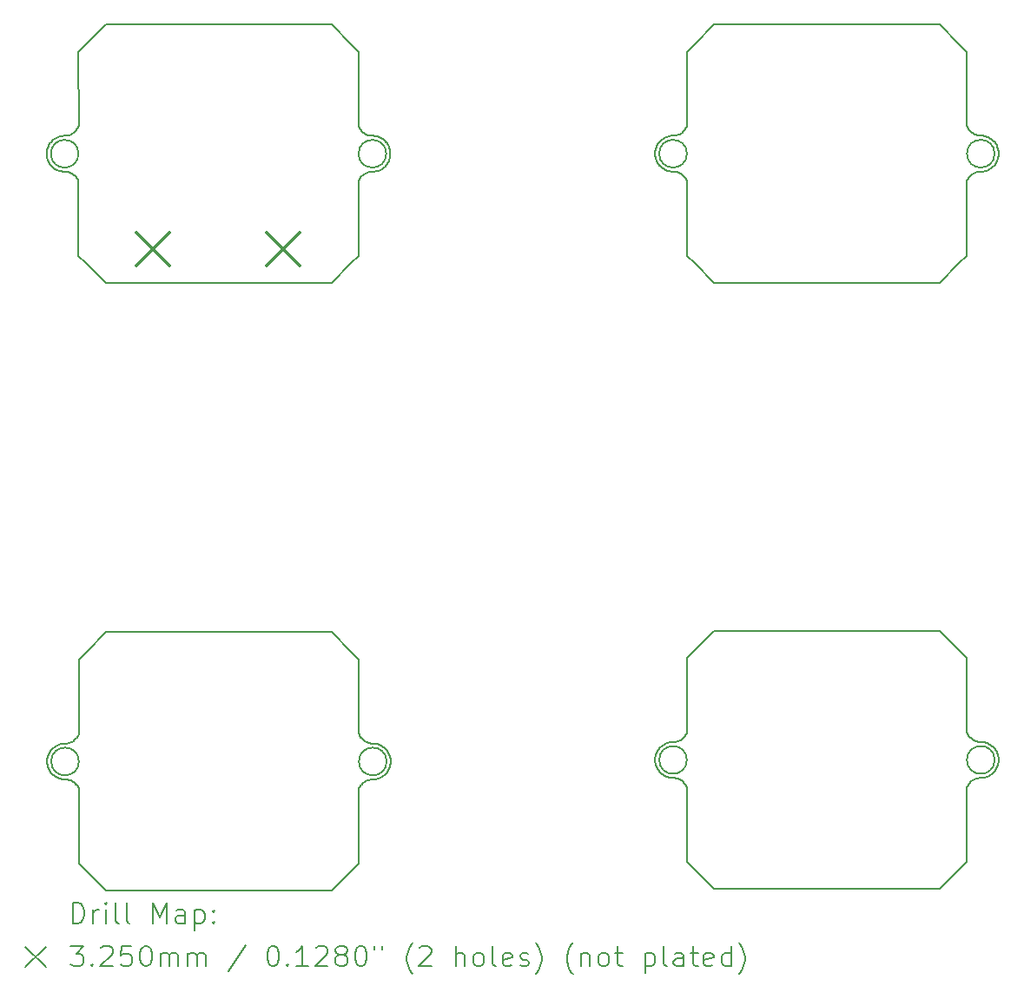
<source format=gbr>
%TF.GenerationSoftware,KiCad,Pcbnew,7.0.7*%
%TF.CreationDate,2023-10-04T16:44:39-06:00*%
%TF.ProjectId,Modular_Interfaces,4d6f6475-6c61-4725-9f49-6e7465726661,rev?*%
%TF.SameCoordinates,Original*%
%TF.FileFunction,Drillmap*%
%TF.FilePolarity,Positive*%
%FSLAX45Y45*%
G04 Gerber Fmt 4.5, Leading zero omitted, Abs format (unit mm)*
G04 Created by KiCad (PCBNEW 7.0.7) date 2023-10-04 16:44:39*
%MOMM*%
%LPD*%
G01*
G04 APERTURE LIST*
%ADD10C,0.150000*%
%ADD11C,0.200000*%
%ADD12C,0.325000*%
G04 APERTURE END LIST*
D10*
X13991322Y-11399308D02*
X13997196Y-11407399D01*
X10852483Y-11681120D02*
X10862475Y-11681477D01*
X14023982Y-5572881D02*
X14023975Y-5582880D01*
X16702457Y-11334089D02*
X16693615Y-11338757D01*
X19924071Y-11590024D02*
X19918187Y-11598108D01*
X10678352Y-11521212D02*
X10679498Y-11531144D01*
X16616673Y-5640739D02*
X16620573Y-5649946D01*
X10693481Y-11433495D02*
X10689593Y-11442707D01*
X13978083Y-11628202D02*
X13970906Y-11635164D01*
X13714050Y-6572770D02*
X13639050Y-6647770D01*
X10936781Y-11708270D02*
X10944701Y-11714372D01*
X14025902Y-11531144D02*
X14024190Y-11540995D01*
X10799940Y-5745738D02*
X10809613Y-5748268D01*
X10848833Y-5752770D02*
X10858825Y-5753127D01*
X19772581Y-5401946D02*
X19779700Y-5402120D01*
D11*
X19914700Y-11491120D02*
G75*
G03*
X19914700Y-11491120I-135000J0D01*
G01*
D10*
X10989179Y-11235960D02*
X10985402Y-11245217D01*
X16730377Y-5409214D02*
X16720869Y-5412305D01*
X16685054Y-11343922D02*
X16676802Y-11349568D01*
X19687699Y-11699372D02*
X19680218Y-11706005D01*
X19847644Y-5738392D02*
X19838323Y-5742009D01*
X13984996Y-11391565D02*
X13991322Y-11399308D01*
X13888703Y-5407322D02*
X13898372Y-5409864D01*
X13963515Y-11370676D02*
X13971069Y-11377226D01*
X10683482Y-11550733D02*
X10686306Y-11560324D01*
X16891245Y-5350015D02*
X16884569Y-5357458D01*
X19952933Y-5552314D02*
X19954067Y-5562249D01*
X10720404Y-11391565D02*
X10714078Y-11399308D01*
X19656413Y-11247844D02*
X19662006Y-11256132D01*
X10794077Y-11671009D02*
X10803590Y-11674088D01*
X19809335Y-5749592D02*
X19799437Y-5751003D01*
X13888487Y-5748268D02*
X13878685Y-5750242D01*
X19946094Y-5631324D02*
X19942727Y-5640739D01*
X19942727Y-5640739D02*
X19938827Y-5649946D01*
X16907997Y-5325192D02*
X16902987Y-5333844D01*
X10762965Y-5425407D02*
X10754404Y-5430572D01*
X16789475Y-5752477D02*
X16799418Y-5753522D01*
X10694342Y-5659565D02*
X10699266Y-5668267D01*
X19954625Y-5582230D02*
X19954048Y-5592212D01*
X13735006Y-11271132D02*
X13741155Y-11279015D01*
X13882335Y-11678592D02*
X13872437Y-11680003D01*
X13712571Y-5307610D02*
X13716348Y-5316867D01*
X16647549Y-5691842D02*
X16654317Y-5699202D01*
X10714078Y-11399308D02*
X10708204Y-11407399D01*
X16818971Y-11671651D02*
X16828487Y-11674716D01*
X19934511Y-5495521D02*
X19938919Y-5504496D01*
X10813047Y-11335671D02*
X10803378Y-11338214D01*
X10959188Y-11728137D02*
X10965686Y-11735736D01*
X13719998Y-11245217D02*
X13724403Y-11254192D01*
X10775656Y-11663248D02*
X10784756Y-11667392D01*
X16989700Y-4507120D02*
X17179700Y-4317120D01*
X13724403Y-11254192D02*
X13729413Y-11262844D01*
X19890343Y-11626704D02*
X19882419Y-11632802D01*
X13852917Y-11681120D02*
X13842925Y-11681477D01*
X19779700Y-11316120D02*
X19789695Y-11316406D01*
X19828810Y-11659088D02*
X19819137Y-11661618D01*
X19643221Y-11220960D02*
X19646998Y-11230217D01*
X13815980Y-11326408D02*
X13825735Y-11328598D01*
X13781975Y-5769424D02*
X13773291Y-5774379D01*
X10679467Y-11481314D02*
X10678333Y-11491248D01*
X10977347Y-5325842D02*
X10972337Y-5334494D01*
X10966744Y-5342782D02*
X10960595Y-5350665D01*
X19882598Y-11349568D02*
X19890515Y-11355676D01*
X16610482Y-5621733D02*
X16613306Y-5631324D01*
X16869764Y-11284881D02*
X16861705Y-11290798D01*
D11*
X13984050Y-5577770D02*
G75*
G03*
X13984050Y-5577770I-135000J0D01*
G01*
D10*
X16799418Y-11667522D02*
X16809266Y-11669249D01*
X19714935Y-5386905D02*
X19724035Y-5391047D01*
X19772581Y-11315946D02*
X19779700Y-11316120D01*
X19730913Y-11674716D02*
X19721630Y-11678430D01*
X10704679Y-5676674D02*
X10710563Y-5684758D01*
X19379700Y-10231120D02*
X19199700Y-10231120D01*
X16907997Y-11239192D02*
X16902987Y-11247844D01*
X19379700Y-12751120D02*
X17179700Y-12751120D01*
X19897906Y-5706164D02*
X19890343Y-5712704D01*
X13803913Y-11689716D02*
X13794630Y-11693430D01*
X16828487Y-5760716D02*
X16837770Y-5764430D01*
X19809553Y-5404685D02*
X19819353Y-5406672D01*
X13967419Y-5448876D02*
X13974587Y-5455846D01*
X19911996Y-5462565D02*
X19918322Y-5470308D01*
X16668885Y-11355676D02*
X16661331Y-11362226D01*
X14002484Y-11596617D02*
X13997071Y-11605024D01*
X13920644Y-11667392D02*
X13911323Y-11671009D01*
X16799418Y-5753522D02*
X16809266Y-5755249D01*
X14015807Y-11442707D02*
X14019162Y-11452126D01*
X14019094Y-11560324D02*
X14015727Y-11569739D01*
X10677768Y-11501231D02*
X10677775Y-11511230D01*
X10895352Y-5395203D02*
X10885770Y-5398058D01*
X13898372Y-5409864D02*
X13907881Y-5412955D01*
X16914700Y-6572120D02*
X16989700Y-6647120D01*
X17179700Y-4317120D02*
X19199700Y-4317120D01*
X19680218Y-11706005D02*
X19673212Y-11713137D01*
X19938827Y-11563946D02*
X19934408Y-11572915D01*
X14019162Y-11452126D02*
X14021974Y-11461721D01*
X13809779Y-5758301D02*
X13800263Y-5761366D01*
X16886188Y-5799137D02*
X16892686Y-5806736D01*
X16989700Y-12561120D02*
X17179700Y-12751120D01*
X10674118Y-5572881D02*
X10674125Y-5582880D01*
X10842705Y-11331406D02*
X10832744Y-11332262D01*
X13974433Y-5699852D02*
X13967256Y-5706814D01*
X19954067Y-5562249D02*
X19954632Y-5572231D01*
X16669057Y-5712704D02*
X16676981Y-5718802D01*
X19847848Y-5415934D02*
X19856943Y-5420089D01*
X14022252Y-5602794D02*
X14020540Y-5612645D01*
X13749568Y-5792655D02*
X13742562Y-5799787D01*
X19779917Y-11666120D02*
X19779917Y-11666120D01*
X10917465Y-11315905D02*
X10908365Y-11320047D01*
X19646382Y-11755036D02*
X19644700Y-12486120D01*
X16759743Y-11317262D02*
X16749847Y-11318685D01*
X16806665Y-11313598D02*
X16796783Y-11315113D01*
X19954632Y-5572231D02*
X19954625Y-5582230D01*
X13938785Y-11353757D02*
X13947346Y-11358922D01*
X13901810Y-11674088D02*
X13892137Y-11676618D01*
X10897837Y-5761366D02*
X10907120Y-5765080D01*
X19674831Y-5357458D02*
X19682003Y-5364424D01*
X16844465Y-5386905D02*
X16835365Y-5391047D01*
X19856744Y-5734248D02*
X19847644Y-5738392D01*
X13642700Y-10436120D02*
X13452700Y-10246120D01*
X19897906Y-11620164D02*
X19890343Y-11626704D01*
X19954632Y-11486231D02*
X19954625Y-11496230D01*
X19666714Y-11720736D02*
X19660755Y-11728764D01*
X16863781Y-5779270D02*
X16871701Y-5785372D01*
X19569700Y-4507120D02*
X19379700Y-4317120D01*
X13715732Y-5841686D02*
X13714050Y-6572770D01*
X19697695Y-5376798D02*
X19706141Y-5382148D01*
X16916179Y-11220960D02*
X16914700Y-10496120D01*
X16629801Y-11400812D02*
X16624889Y-11409521D01*
X13723565Y-11760955D02*
X13719382Y-11770036D01*
X16604775Y-11496230D02*
X16605352Y-11506212D01*
X13731356Y-5342782D02*
X13737505Y-5350665D01*
X19769925Y-11666477D02*
X19759982Y-11667522D01*
X19954048Y-11506212D02*
X19952902Y-11516144D01*
X16796783Y-11315113D02*
X16786819Y-11315946D01*
X16604768Y-11486231D02*
X16604775Y-11496230D01*
X10710428Y-5470958D02*
X10704554Y-5479049D01*
X10686238Y-11452126D02*
X10683426Y-11461721D01*
X10984050Y-4582770D02*
X11059050Y-4507770D01*
X13998834Y-5668267D02*
X13993421Y-5676674D01*
X13934942Y-5730241D02*
X13926094Y-5734898D01*
X16693615Y-5424757D02*
X16685054Y-5429922D01*
X10775457Y-11349089D02*
X10766615Y-11353757D01*
X10891971Y-11686651D02*
X10901487Y-11689716D01*
X13725763Y-5334494D02*
X13731356Y-5342782D01*
X14015727Y-11569739D02*
X14011827Y-11578946D01*
X16846775Y-11682774D02*
X16855459Y-11687729D01*
X19703941Y-11687729D02*
X19695619Y-11693270D01*
X16605352Y-5592212D02*
X16606498Y-5602144D01*
X10677560Y-5612645D02*
X10679832Y-5622383D01*
X10772006Y-5734898D02*
X10781106Y-5739042D01*
X16769926Y-5751847D02*
X16779483Y-5752120D01*
X14011919Y-11433495D02*
X14015807Y-11442707D01*
X10685943Y-5514357D02*
X10682588Y-5523776D01*
X19789474Y-11665847D02*
X19779917Y-11666120D01*
X19706141Y-11296148D02*
X19714935Y-11300905D01*
X19882419Y-5718802D02*
X19874160Y-5724437D01*
X13768619Y-11708270D02*
X13760699Y-11714372D01*
X19924196Y-5478399D02*
X19929599Y-5486812D01*
X10878616Y-5755899D02*
X10888321Y-5758301D01*
X10689831Y-5505146D02*
X10685943Y-5514357D01*
X16769926Y-11665847D02*
X16779483Y-11666120D01*
X19856744Y-11648248D02*
X19847644Y-11652392D01*
X10822847Y-11333685D02*
X10813047Y-11335671D01*
X19682003Y-5364424D02*
X19689636Y-5370881D01*
X14008269Y-5505146D02*
X14012157Y-5514357D01*
X19946162Y-11437126D02*
X19948974Y-11446721D01*
X16886188Y-11713137D02*
X16892686Y-11720736D01*
X16606467Y-5552314D02*
X16605333Y-5562249D01*
X13862695Y-11331406D02*
X13872656Y-11332262D01*
X10910770Y-11693430D02*
X10919775Y-11697774D01*
X19695619Y-11693270D02*
X19687699Y-11699372D01*
X13997196Y-11407399D02*
X14002598Y-11415812D01*
X19948974Y-5532721D02*
X19951234Y-5542461D01*
X14020584Y-5543111D02*
X14022283Y-5552964D01*
X16877397Y-5364424D02*
X16869764Y-5370881D01*
X16613306Y-5631324D02*
X16616673Y-5640739D01*
X16654317Y-5699202D02*
X16661494Y-5706164D01*
X13859045Y-5403056D02*
X13869006Y-5403912D01*
X10839055Y-5403056D02*
X10829094Y-5403912D01*
X16654163Y-11369196D02*
X16647404Y-11376565D01*
X16818971Y-5757651D02*
X16828487Y-5760716D01*
X19646382Y-5841036D02*
X19644700Y-6572120D01*
X10942764Y-11299881D02*
X10934705Y-11305798D01*
X10730681Y-5448876D02*
X10723513Y-5455846D01*
X16641078Y-5470308D02*
X16635204Y-5478399D01*
X13825735Y-11328598D02*
X13835617Y-11330113D01*
X16913018Y-5841036D02*
X16914700Y-6572120D01*
X19829023Y-5409214D02*
X19838531Y-5412305D01*
X19874346Y-11343922D02*
X19882598Y-11349568D01*
X19865785Y-11338757D02*
X19874346Y-11343922D01*
X10702802Y-11415812D02*
X10697889Y-11424521D01*
X19819137Y-5747618D02*
X19809335Y-5749592D01*
X13970906Y-11635164D02*
X13963343Y-11641704D01*
X10964245Y-11279015D02*
X10957569Y-11286458D01*
X10763158Y-5730241D02*
X10772006Y-5734898D01*
X19779917Y-5752120D02*
X19769925Y-5752477D01*
X16769705Y-11316406D02*
X16759743Y-11317262D01*
X13955598Y-11364568D02*
X13963515Y-11370676D01*
X19954625Y-11496230D02*
X19954048Y-11506212D01*
X11062700Y-10436120D02*
X11252700Y-10246120D01*
X10716899Y-5692492D02*
X10723667Y-5699852D01*
X16759963Y-11665003D02*
X16769926Y-11665847D01*
X16641213Y-5684108D02*
X16647549Y-5691842D01*
X13929744Y-11663248D02*
X13920644Y-11667392D01*
X19721630Y-11678430D02*
X19712625Y-11682774D01*
X10832963Y-11680003D02*
X10842926Y-11680847D01*
X13835617Y-11330113D02*
X13845581Y-11330946D01*
X16608210Y-11525995D02*
X16610482Y-11535733D01*
X10674683Y-5562899D02*
X10674118Y-5572881D01*
X19660755Y-11728764D02*
X19655363Y-11737184D01*
X16613238Y-5523126D02*
X16610426Y-5532721D01*
X10982368Y-5841686D02*
X10984050Y-6572770D01*
X13717700Y-10511120D02*
X13642700Y-10436120D01*
X11062700Y-12576120D02*
X11252700Y-12766120D01*
X19874160Y-5724437D02*
X19865592Y-5729591D01*
X10839276Y-5752497D02*
X10848833Y-5752770D01*
X10908365Y-11320047D02*
X10899002Y-11323553D01*
X16616673Y-11554739D02*
X16620573Y-11563946D01*
X10869783Y-11330113D02*
X10859819Y-11330946D01*
X13729413Y-11262844D02*
X13735006Y-11271132D01*
X13773291Y-5774379D02*
X13764969Y-5779920D01*
X19948918Y-11535733D02*
X19946094Y-11545324D01*
X13878685Y-5750242D02*
X13868787Y-5751653D01*
X16641078Y-11384308D02*
X16635204Y-11392399D01*
X13819484Y-5755899D02*
X13809779Y-5758301D01*
X10907120Y-5765080D02*
X10916125Y-5769424D01*
X19882598Y-5435568D02*
X19890515Y-5441676D01*
X13852700Y-11331120D02*
X13862695Y-11331406D01*
X13760699Y-11714372D02*
X13753218Y-11721005D01*
X10697992Y-11587915D02*
X10702916Y-11596617D01*
X16721077Y-5742009D02*
X16730590Y-5745088D01*
X19819353Y-11320671D02*
X19829023Y-11323214D01*
X19865785Y-5424757D02*
X19874346Y-5429922D01*
X19874160Y-11638437D02*
X19865592Y-11643591D01*
X16605333Y-11476248D02*
X16604768Y-11486231D01*
X19934408Y-5658915D02*
X19929484Y-5667617D01*
X16877397Y-11278424D02*
X16869764Y-11284881D01*
X16610426Y-11446721D02*
X16608166Y-11456461D01*
X19650565Y-11745955D02*
X19646382Y-11755036D01*
X14023975Y-5582880D02*
X14023398Y-5592862D01*
X19666714Y-5806736D02*
X19660755Y-5814764D01*
X10972337Y-5334494D02*
X10966744Y-5342782D01*
X19789695Y-11316406D02*
X19799657Y-11317262D01*
X13926293Y-5420739D02*
X13935135Y-5425407D01*
X16629916Y-5667617D02*
X16635329Y-5676024D01*
X13452700Y-12766120D02*
X11252700Y-12766120D01*
X13719382Y-11770036D02*
X13717700Y-12501120D01*
X13730105Y-5815414D02*
X13724713Y-5823834D01*
X10677775Y-11511230D02*
X10678352Y-11521212D01*
X16624889Y-11409521D02*
X16620481Y-11418495D01*
X16786819Y-11315946D02*
X16779700Y-11316120D01*
X13832982Y-11682522D02*
X13823134Y-11684249D01*
X13452700Y-10246120D02*
X13272700Y-10246120D01*
X16855459Y-11687729D02*
X16863781Y-11693270D01*
X19938827Y-5649946D02*
X19934408Y-5658915D01*
X19905083Y-5699202D02*
X19897906Y-5706164D01*
X14027632Y-11501231D02*
X14027625Y-11511230D01*
X16693808Y-11643591D02*
X16702656Y-11648248D01*
X10720549Y-11620842D02*
X10727317Y-11628202D01*
X16861705Y-5376798D02*
X16853259Y-5382148D01*
X13998948Y-5487462D02*
X14003861Y-5496171D01*
X16897394Y-11256132D02*
X16891245Y-11264015D01*
X19918322Y-11384308D02*
X19924196Y-11392399D01*
X10950397Y-11293424D02*
X10942764Y-11299881D01*
X19712625Y-5768774D02*
X19703941Y-5773729D01*
X10922609Y-5382798D02*
X10913815Y-5387555D01*
X13794630Y-11693430D02*
X13785625Y-11697774D01*
X10754404Y-5430572D02*
X10746152Y-5436218D01*
X14020540Y-5612645D02*
X14018268Y-5622383D01*
X19952902Y-5602144D02*
X19951190Y-5611995D01*
X16668885Y-5441676D02*
X16661331Y-5448226D01*
X10689673Y-11569739D02*
X10693573Y-11578946D01*
X10686306Y-11560324D02*
X10689673Y-11569739D01*
X16989700Y-6647120D02*
X17179700Y-6837120D01*
X19905237Y-5455196D02*
X19911996Y-5462565D01*
X19730913Y-5760716D02*
X19721630Y-5764430D01*
X10980997Y-11254192D02*
X10975987Y-11262844D01*
X19942807Y-11427707D02*
X19946162Y-11437126D01*
X19650565Y-5831955D02*
X19646382Y-5841036D01*
X16769705Y-5402406D02*
X16759743Y-5403262D01*
X19890515Y-11355676D02*
X19898069Y-11362226D01*
X13747831Y-11286458D02*
X13755003Y-11293424D01*
X10813263Y-11676618D02*
X10823065Y-11678592D01*
X10981835Y-11760955D02*
X10986018Y-11770036D01*
X16620481Y-11418495D02*
X16616593Y-11427707D01*
X10734494Y-11635164D02*
X10742057Y-11641704D01*
X19898069Y-11362226D02*
X19905237Y-11369196D01*
X16711552Y-5415934D02*
X16702457Y-5420089D01*
X13920848Y-11344934D02*
X13929943Y-11349089D01*
X16826002Y-11308553D02*
X16816420Y-11311408D01*
X16720869Y-11326305D02*
X16711552Y-11329934D01*
X19838531Y-11326305D02*
X19847848Y-11329934D01*
X10699152Y-5487462D02*
X10694239Y-5496171D01*
X10738235Y-5442326D02*
X10730681Y-5448876D01*
X16846775Y-5768774D02*
X16855459Y-5773729D01*
X13963343Y-11641704D02*
X13955419Y-11647802D01*
X13955419Y-11647802D02*
X13947160Y-11653437D01*
X10888321Y-5758301D02*
X10897837Y-5761366D01*
X16892686Y-11720736D02*
X16898645Y-11728764D01*
X16702656Y-11648248D02*
X16711756Y-11652392D01*
X13849267Y-5752770D02*
X13849267Y-5752770D01*
X13813429Y-11686651D02*
X13803913Y-11689716D01*
X16702457Y-5420089D02*
X16693615Y-5424757D01*
X19865592Y-5729591D02*
X19856744Y-5734248D01*
X19644700Y-6572120D02*
X19569700Y-6647120D01*
X13852917Y-11681120D02*
X13852917Y-11681120D01*
X19847644Y-11652392D02*
X19838323Y-11656009D01*
X11059050Y-4507770D02*
X11249050Y-4317770D01*
X16902987Y-5333844D02*
X16897394Y-5342132D01*
X19874346Y-5429922D02*
X19882598Y-5435568D01*
X16608210Y-5611995D02*
X16610482Y-5621733D01*
X19644700Y-4582120D02*
X19569700Y-4507120D01*
X10889420Y-11326408D02*
X10879665Y-11328598D01*
X10913815Y-5387555D02*
X10904715Y-5391697D01*
X16711756Y-11652392D02*
X16721077Y-11656009D01*
X14011827Y-11578946D02*
X14007408Y-11587915D01*
X19799657Y-5403262D02*
X19809553Y-5404685D01*
X13892353Y-11335671D02*
X13902022Y-11338214D01*
X10971645Y-11743764D02*
X10977037Y-11752184D01*
X19724035Y-5391047D02*
X19733398Y-5394553D01*
X13971069Y-11377226D02*
X13978237Y-11384196D01*
X10699266Y-5668267D02*
X10704679Y-5676674D01*
X19809335Y-11663592D02*
X19799437Y-11665003D01*
X13858824Y-5752497D02*
X13849267Y-5752770D01*
D11*
X10984050Y-5577770D02*
G75*
G03*
X10984050Y-5577770I-135000J0D01*
G01*
D10*
X16730377Y-11323214D02*
X16720869Y-11326305D01*
X10734331Y-11377226D02*
X10727163Y-11384196D01*
X13642700Y-12576120D02*
X13452700Y-12766120D01*
X16605352Y-11506212D02*
X16606498Y-11516144D01*
X13755003Y-11293424D02*
X13762636Y-11299881D01*
X10679776Y-5533371D02*
X10677516Y-5543111D01*
X16837770Y-11678430D02*
X16846775Y-11682774D01*
X13724713Y-5823834D02*
X13719915Y-5832605D01*
X10771807Y-5420739D02*
X10762965Y-5425407D01*
X10677516Y-5543111D02*
X10675817Y-5552964D01*
X13987537Y-5684758D02*
X13981201Y-5692492D01*
X13938592Y-11658591D02*
X13929744Y-11663248D01*
X16892686Y-5806736D02*
X16898645Y-5814764D01*
X19948974Y-11446721D02*
X19951234Y-11456461D01*
X10716754Y-5463215D02*
X10710428Y-5470958D01*
X13751353Y-5365074D02*
X13758986Y-5371531D01*
X16624992Y-5658915D02*
X16629916Y-5667617D01*
X13967256Y-5706814D02*
X13959693Y-5713354D01*
X10868768Y-5754172D02*
X10878616Y-5755899D01*
X16916179Y-5306960D02*
X16912402Y-5316217D01*
X13951769Y-5719452D02*
X13943510Y-5725087D01*
X13984851Y-11620842D02*
X13978083Y-11628202D01*
X14018268Y-5622383D02*
X14015444Y-5631974D01*
X19890515Y-5441676D02*
X19898069Y-5448226D01*
X19750134Y-11669249D02*
X19740429Y-11671651D01*
X13449050Y-6837770D02*
X11249050Y-6837770D01*
X14027067Y-11491248D02*
X14027632Y-11501231D01*
X16685054Y-5429922D02*
X16676802Y-5435568D01*
X19942807Y-5513707D02*
X19946162Y-5523126D01*
X10866133Y-5401763D02*
X10856169Y-5402596D01*
X16891245Y-11264015D02*
X16884569Y-11271458D01*
X14012077Y-5641389D02*
X14008177Y-5650596D01*
X14008177Y-5650596D02*
X14003758Y-5659565D01*
X13716348Y-5316867D02*
X13720753Y-5325842D01*
X19697695Y-11290798D02*
X19706141Y-11296148D01*
X13822085Y-5400249D02*
X13831967Y-5401763D01*
X19911851Y-11605842D02*
X19905083Y-11613202D01*
X16828487Y-11674716D02*
X16837770Y-11678430D01*
X19799437Y-11665003D02*
X19789474Y-11665847D01*
X19706141Y-5382148D02*
X19714935Y-5386905D01*
X10780902Y-5416584D02*
X10771807Y-5420739D01*
X16884569Y-5357458D02*
X16877397Y-5364424D01*
X10948532Y-5792655D02*
X10955538Y-5799787D01*
X19809553Y-11318685D02*
X19819353Y-11320671D01*
X13800263Y-5761366D02*
X13790980Y-5765080D01*
X19712625Y-11682774D02*
X19703941Y-11687729D01*
X19643221Y-5306960D02*
X19644700Y-4582120D01*
X10727163Y-11384196D02*
X10720404Y-11391565D01*
X14027625Y-11511230D02*
X14027048Y-11521212D01*
X19644700Y-12486120D02*
X19569700Y-12561120D01*
X19799657Y-11317262D02*
X19809553Y-11318685D01*
X19714935Y-11300905D02*
X19724035Y-11305047D01*
X13997071Y-11605024D02*
X13991187Y-11613108D01*
X19673212Y-11713137D02*
X19666714Y-11720736D01*
X13790980Y-5765080D02*
X13781975Y-5769424D01*
X13842925Y-11681477D02*
X13832982Y-11682522D01*
X10849050Y-5402770D02*
X10839055Y-5403056D01*
X13917198Y-5416584D02*
X13926293Y-5420739D01*
X10984050Y-6572770D02*
X11059050Y-6647770D01*
X16654317Y-11613202D02*
X16661494Y-11620164D01*
X10975987Y-11262844D02*
X10970394Y-11271132D01*
X10901487Y-11689716D02*
X10910770Y-11693430D01*
X19695619Y-5779270D02*
X19687699Y-5785372D01*
X16916179Y-11220960D02*
X16912402Y-11230217D01*
X10882266Y-11684249D02*
X10891971Y-11686651D01*
X16835365Y-11305047D02*
X16826002Y-11308553D01*
X19668155Y-5350015D02*
X19674831Y-5357458D01*
X16904037Y-11737184D02*
X16908835Y-11745955D01*
X16863781Y-11693270D02*
X16871701Y-11699372D01*
X16620573Y-5649946D02*
X16624992Y-5658915D01*
X19733398Y-5394553D02*
X19742980Y-5397408D01*
X19646998Y-11230217D02*
X19651403Y-11239192D01*
X19762617Y-5401113D02*
X19772581Y-5401946D01*
X16914700Y-10496120D02*
X16989700Y-10421120D01*
X10989179Y-11235960D02*
X10987700Y-10511120D01*
X10689923Y-5650596D02*
X10694342Y-5659565D01*
X10784552Y-11344934D02*
X10775457Y-11349089D01*
X19882419Y-11632802D02*
X19874160Y-11638437D01*
X10872418Y-11682522D02*
X10882266Y-11684249D01*
X19668155Y-11264015D02*
X19674831Y-11271458D01*
X13981346Y-5463215D02*
X13987672Y-5470958D01*
X19929484Y-5667617D02*
X19924071Y-5676024D01*
X16620573Y-11563946D02*
X16624992Y-11572915D01*
D11*
X10987700Y-11506120D02*
G75*
G03*
X10987700Y-11506120I-135000J0D01*
G01*
D10*
X19703941Y-5773729D02*
X19695619Y-5779270D01*
X16908835Y-5831955D02*
X16913018Y-5841036D01*
X19740429Y-11671651D02*
X19730913Y-11674716D01*
X16624889Y-5495521D02*
X16620481Y-5504496D01*
X10981752Y-5316867D02*
X10977347Y-5325842D01*
X10674125Y-5582880D02*
X10674702Y-5592862D01*
X19724035Y-11305047D02*
X19733398Y-11308553D01*
X11059050Y-6647770D02*
X11249050Y-6837770D01*
X19643221Y-5306960D02*
X19646998Y-5316217D01*
X13987672Y-5470958D02*
X13993546Y-5479049D01*
X10803590Y-11674088D02*
X10813263Y-11676618D01*
X16661331Y-11362226D02*
X16654163Y-11369196D01*
X16676981Y-11632802D02*
X16685240Y-11638437D01*
X19929599Y-11400812D02*
X19934511Y-11409521D01*
X13737505Y-5350665D02*
X13744181Y-5358108D01*
X10955538Y-5799787D02*
X10962036Y-5807386D01*
X10862475Y-11681477D02*
X10872418Y-11682522D01*
X16608166Y-5542461D02*
X16606467Y-5552314D01*
X16685240Y-11638437D02*
X16693808Y-11643591D01*
X10876015Y-5400249D02*
X10866133Y-5401763D01*
X19918187Y-5684108D02*
X19911851Y-5691842D01*
X13907881Y-5412955D02*
X13917198Y-5416584D01*
X19865592Y-11643591D02*
X19856744Y-11648248D01*
X16661494Y-11620164D02*
X16669057Y-11626704D01*
X16740263Y-11661618D02*
X16750065Y-11663592D01*
X10832744Y-11332262D02*
X10822847Y-11333685D01*
X13785625Y-11697774D02*
X13776941Y-11702729D01*
X19905083Y-11613202D02*
X19897906Y-11620164D01*
X10754590Y-5725087D02*
X10763158Y-5730241D01*
X10829094Y-5403912D02*
X10819197Y-5405335D01*
X10723513Y-5455846D02*
X10716754Y-5463215D01*
X16730590Y-5745088D02*
X16740263Y-5747618D01*
X19733398Y-11308553D02*
X19742980Y-11311408D01*
X13449050Y-4317770D02*
X13269050Y-4317770D01*
X16647404Y-11376565D02*
X16641078Y-11384308D01*
X10809613Y-5748268D02*
X10819415Y-5750242D01*
X13869006Y-5403912D02*
X13878903Y-5405335D01*
X10928459Y-11702729D02*
X10936781Y-11708270D01*
X19655363Y-11737184D02*
X19650565Y-11745955D01*
X19689636Y-5370881D02*
X19697695Y-5376798D01*
X16604775Y-5582230D02*
X16605352Y-5592212D01*
X19752735Y-5399599D02*
X19762617Y-5401113D01*
X19951190Y-5611995D02*
X19948918Y-5621733D01*
X10926259Y-11311148D02*
X10917465Y-11315905D01*
X16750065Y-5749592D02*
X16759963Y-5751003D01*
X19569700Y-12561120D02*
X19379700Y-12751120D01*
X16608166Y-11456461D02*
X16606467Y-11466314D01*
X13739714Y-11735736D02*
X13733755Y-11743764D01*
X19750134Y-5755249D02*
X19740429Y-5757651D01*
X16740047Y-11320671D02*
X16730377Y-11323214D01*
X13757049Y-5786022D02*
X13749568Y-5792655D01*
X10689593Y-11442707D02*
X10686238Y-11452126D01*
X19847848Y-11329934D02*
X19856943Y-11334089D01*
X19779700Y-5402120D02*
X19789695Y-5402406D01*
X13753218Y-11721005D02*
X13746212Y-11728137D01*
X13812330Y-5398058D02*
X13822085Y-5400249D01*
X16613238Y-11437126D02*
X16610426Y-11446721D01*
X19643221Y-11220960D02*
X19644700Y-10496120D01*
X16779483Y-11666120D02*
X16789475Y-11666477D01*
X19911996Y-11376565D02*
X19918322Y-11384308D01*
X14003861Y-5496171D02*
X14008269Y-5505146D01*
X14007408Y-11587915D02*
X14002484Y-11596617D01*
X19752735Y-11313598D02*
X19762617Y-11315113D01*
X13741155Y-11279015D02*
X13747831Y-11286458D01*
X13974587Y-5455846D02*
X13981346Y-5463215D01*
X19759982Y-5753522D02*
X19750134Y-5755249D01*
X14003758Y-5659565D02*
X13998834Y-5668267D01*
X19951234Y-5542461D02*
X19952933Y-5552314D01*
X16669057Y-11626704D02*
X16676981Y-11632802D01*
X19838323Y-11656009D02*
X19828810Y-11659088D01*
X10766615Y-11353757D02*
X10758054Y-11358922D01*
X16606467Y-11466314D02*
X16605333Y-11476248D01*
X19946094Y-11545324D02*
X19942727Y-11554739D01*
X10742057Y-11641704D02*
X10749981Y-11647802D01*
X13831967Y-5401763D02*
X13841931Y-5402596D01*
X13872656Y-11332262D02*
X13882553Y-11333685D01*
X16908835Y-11745955D02*
X16913018Y-11755036D01*
X14023398Y-5592862D02*
X14022252Y-5602794D01*
X10852700Y-11331120D02*
X10842705Y-11331406D01*
X10904715Y-5391697D02*
X10895352Y-5395203D01*
X10675848Y-5602794D02*
X10677560Y-5612645D01*
X13733755Y-11743764D02*
X13728363Y-11752184D01*
X10931055Y-5377448D02*
X10922609Y-5382798D01*
X13943510Y-5725087D02*
X13934942Y-5730241D01*
X10749981Y-11647802D02*
X10758240Y-11653437D01*
X10899002Y-11323553D02*
X10889420Y-11326408D01*
X14002598Y-11415812D02*
X14007511Y-11424521D01*
X16750065Y-11663592D02*
X16759963Y-11665003D01*
X13714050Y-4582770D02*
X13639050Y-4507770D01*
X10916125Y-5769424D02*
X10924809Y-5774379D01*
X13823134Y-11684249D02*
X13813429Y-11686651D01*
X14021918Y-11550733D02*
X14019094Y-11560324D01*
X13849050Y-5402770D02*
X13859045Y-5403056D01*
X19946162Y-5523126D02*
X19948974Y-5532721D01*
X10678333Y-11491248D02*
X10677768Y-11501231D01*
X16624992Y-11572915D02*
X16629916Y-11581617D01*
X19656413Y-5333844D02*
X19662006Y-5342132D01*
X16730590Y-11659088D02*
X16740263Y-11661618D01*
X13862474Y-11680847D02*
X13852917Y-11681120D01*
X14022283Y-5552964D02*
X14023417Y-5562899D01*
X19682003Y-11278424D02*
X19689636Y-11284881D01*
X14023417Y-5562899D02*
X14023982Y-5572881D01*
X13758986Y-5371531D02*
X13767045Y-5377448D01*
X13716221Y-11235960D02*
X13719998Y-11245217D01*
X13911323Y-11671009D02*
X13901810Y-11674088D01*
X13898160Y-5745738D02*
X13888487Y-5748268D01*
X19929599Y-5486812D02*
X19934511Y-5495521D01*
X16816420Y-11311408D02*
X16806665Y-11313598D01*
X16912402Y-5316217D02*
X16907997Y-5325192D01*
X13951948Y-5436218D02*
X13959865Y-5442326D01*
X19929484Y-11581617D02*
X19924071Y-11590024D01*
X16620481Y-5504496D02*
X16616593Y-5513707D01*
X16720869Y-5412305D02*
X16711552Y-5415934D01*
X10793869Y-11341305D02*
X10784552Y-11344934D01*
X16711756Y-5738392D02*
X16721077Y-5742009D01*
D11*
X19914700Y-5577120D02*
G75*
G03*
X19914700Y-5577120I-135000J0D01*
G01*
D10*
X13959693Y-5713354D02*
X13951769Y-5719452D01*
X16853259Y-5382148D02*
X16844465Y-5386905D01*
X11249050Y-4317770D02*
X13269050Y-4317770D01*
X10952182Y-11721005D02*
X10959188Y-11728137D01*
X16809266Y-5755249D02*
X16818971Y-5757651D01*
X10823065Y-11678592D02*
X10832963Y-11680003D01*
D11*
X13987700Y-11506120D02*
G75*
G03*
X13987700Y-11506120I-135000J0D01*
G01*
D10*
X19911851Y-5691842D02*
X19905083Y-5699202D01*
X13762636Y-11299881D02*
X13770695Y-11305798D01*
X13767045Y-5377448D02*
X13775491Y-5382798D01*
X10704554Y-5479049D02*
X10699152Y-5487462D01*
X19687699Y-5785372D02*
X19680218Y-5792005D01*
X16616593Y-11427707D02*
X16613238Y-11437126D01*
X16613306Y-11545324D02*
X16616673Y-11554739D01*
X16809266Y-11669249D02*
X16818971Y-11671651D01*
X10708329Y-11605024D02*
X10714213Y-11613108D01*
X10965686Y-11735736D02*
X10971645Y-11743764D01*
X16789475Y-11666477D02*
X16799418Y-11667522D01*
X19924071Y-5676024D02*
X19918187Y-5684108D01*
X10985529Y-5307610D02*
X10984050Y-4582770D01*
X10953919Y-5358108D02*
X10946747Y-5365074D01*
X16740263Y-5747618D02*
X16750065Y-5749592D01*
X19819137Y-11661618D02*
X19809335Y-11663592D01*
X14021974Y-11461721D02*
X14024234Y-11471461D01*
X16902987Y-11247844D02*
X16897394Y-11256132D01*
X19952933Y-11466314D02*
X19954067Y-11476248D01*
X10766808Y-11658591D02*
X10775656Y-11663248D01*
X11252700Y-10246120D02*
X13272700Y-10246120D01*
X16816420Y-5397408D02*
X16806665Y-5399599D01*
X13926094Y-5734898D02*
X13916994Y-5739042D01*
X19569700Y-10421120D02*
X19379700Y-10231120D01*
X14025933Y-11481314D02*
X14027067Y-11491248D01*
X16635329Y-11590024D02*
X16641213Y-11598108D01*
X16702656Y-5734248D02*
X16711756Y-5738392D01*
X13981201Y-5692492D02*
X13974433Y-5699852D01*
X10970394Y-11271132D02*
X10964245Y-11279015D01*
X16853259Y-11296148D02*
X16844465Y-11300905D01*
X10682588Y-5523776D02*
X10679776Y-5533371D01*
X10749802Y-11364568D02*
X10741885Y-11370676D01*
X16989700Y-10421120D02*
X17179700Y-10231120D01*
X19646998Y-5316217D02*
X19651403Y-5325192D01*
X16779483Y-5752120D02*
X16789475Y-5752477D01*
X10858825Y-5753127D02*
X10868768Y-5754172D01*
X13802748Y-5395203D02*
X13812330Y-5398058D01*
X19651403Y-11239192D02*
X19656413Y-11247844D01*
X19644700Y-10496120D02*
X19569700Y-10421120D01*
X13829332Y-5754172D02*
X13819484Y-5755899D01*
X19942727Y-11554739D02*
X19938827Y-11563946D01*
X10809397Y-5407322D02*
X10799728Y-5409864D01*
X10784756Y-11667392D02*
X10794077Y-11671009D01*
X13806398Y-11323553D02*
X13815980Y-11326408D01*
X14007511Y-11424521D02*
X14011919Y-11433495D01*
X10946747Y-5365074D02*
X10939114Y-5371531D01*
X16629801Y-5486812D02*
X16624889Y-5495521D01*
X13719915Y-5832605D02*
X13715732Y-5841686D01*
X16884569Y-11271458D02*
X16877397Y-11278424D01*
X19769925Y-5752477D02*
X19759982Y-5753522D01*
X19934408Y-11572915D02*
X19929484Y-11581617D01*
X19856943Y-5420089D02*
X19865785Y-5424757D01*
X19662006Y-11256132D02*
X19668155Y-11264015D01*
X13716221Y-11235960D02*
X13717700Y-10511120D01*
X13639050Y-4507770D02*
X13449050Y-4317770D01*
X16654163Y-5455196D02*
X16647404Y-5462565D01*
X13742562Y-5799787D02*
X13736064Y-5807386D01*
X10933131Y-5779920D02*
X10941051Y-5786022D01*
X16806665Y-5399599D02*
X16796783Y-5401113D01*
X13639050Y-6647770D02*
X13449050Y-6837770D01*
X14015512Y-5523776D02*
X14018324Y-5533371D01*
X10973387Y-5823834D02*
X10978185Y-5832605D01*
X10702916Y-11596617D02*
X10708329Y-11605024D01*
X10679832Y-5622383D02*
X10682656Y-5631974D01*
X13978237Y-11384196D02*
X13984996Y-11391565D01*
X19954067Y-11476248D02*
X19954632Y-11486231D01*
X16676981Y-5718802D02*
X16685240Y-5724437D01*
X13736064Y-5807386D02*
X13730105Y-5815414D01*
X13717700Y-12501120D02*
X13642700Y-12576120D01*
X16661331Y-5448226D02*
X16654163Y-5455196D01*
X13872437Y-11680003D02*
X13862474Y-11680847D01*
X10708204Y-11407399D02*
X10702802Y-11415812D01*
X19721630Y-5764430D02*
X19712625Y-5768774D01*
X10939114Y-5371531D02*
X10931055Y-5377448D01*
X10859819Y-11330946D02*
X10852700Y-11331120D01*
X19379700Y-6837120D02*
X17179700Y-6837120D01*
X13728363Y-11752184D02*
X13723565Y-11760955D01*
X10686023Y-5641389D02*
X10689923Y-5650596D01*
X16604768Y-5572231D02*
X16604775Y-5582230D01*
X13959865Y-5442326D02*
X13967419Y-5448876D01*
X13770695Y-11305798D02*
X13779141Y-11311148D01*
X19742980Y-11311408D02*
X19752735Y-11313598D01*
X16879182Y-11706005D02*
X16886188Y-11713137D01*
X13764969Y-5779920D02*
X13757049Y-5786022D01*
X16779700Y-11316120D02*
X16769705Y-11316406D01*
X19680218Y-5792005D02*
X19673212Y-5799137D01*
X19905237Y-11369196D02*
X19911996Y-11376565D01*
X16629916Y-11581617D02*
X16635329Y-11590024D01*
X16711552Y-11329934D02*
X16702457Y-11334089D01*
X10781106Y-5739042D02*
X10790427Y-5742659D01*
X16740047Y-5406672D02*
X16730377Y-5409214D01*
X10944701Y-11714372D02*
X10952182Y-11721005D01*
X16605333Y-5562249D02*
X16604768Y-5572231D01*
X16635204Y-11392399D02*
X16629801Y-11400812D01*
X10978185Y-5832605D02*
X10982368Y-5841686D01*
X10714213Y-11613108D02*
X10720549Y-11620842D01*
X10885770Y-5398058D02*
X10876015Y-5400249D01*
X19948918Y-5621733D02*
X19946094Y-5631324D01*
X19651403Y-5325192D02*
X19656413Y-5333844D01*
X19938919Y-5504496D02*
X19942807Y-5513707D01*
X13793385Y-5391697D02*
X13802748Y-5395203D01*
X13993421Y-5676674D02*
X13987537Y-5684758D01*
X16759743Y-5403262D02*
X16749847Y-5404685D01*
X10985529Y-5307610D02*
X10981752Y-5316867D01*
X16869764Y-5370881D02*
X16861705Y-5376798D01*
X10730844Y-5706814D02*
X10738407Y-5713354D01*
X19954048Y-5592212D02*
X19952902Y-5602144D01*
X19924196Y-11392399D02*
X19929599Y-11400812D01*
D11*
X16914700Y-5577120D02*
G75*
G03*
X16914700Y-5577120I-135000J0D01*
G01*
D10*
X19674831Y-11271458D02*
X19682003Y-11278424D01*
X16676802Y-11349568D02*
X16668885Y-11355676D01*
X19890343Y-5712704D02*
X19882419Y-5718802D01*
X16916179Y-5306960D02*
X16914700Y-4582120D01*
X10790219Y-5412955D02*
X10780902Y-5416584D01*
X19742980Y-5397408D02*
X19752735Y-5399599D01*
X16606498Y-11516144D02*
X16608210Y-11525995D01*
X13712571Y-5307610D02*
X13714050Y-4582770D01*
X10675817Y-5552964D02*
X10674683Y-5562899D01*
X19918322Y-5470308D02*
X19924196Y-5478399D01*
X16779700Y-5402120D02*
X16769705Y-5402406D01*
X10679498Y-11531144D02*
X10681210Y-11540995D01*
X10985402Y-11245217D02*
X10980997Y-11254192D01*
X13849267Y-5752770D02*
X13839275Y-5753127D01*
X16912402Y-11230217D02*
X16907997Y-11239192D01*
X13892137Y-11676618D02*
X13882335Y-11678592D01*
X10723667Y-5699852D02*
X10730844Y-5706814D01*
X13797035Y-11320047D02*
X13806398Y-11323553D01*
X19856943Y-11334089D02*
X19865785Y-11338757D01*
X10746152Y-5436218D02*
X10738235Y-5442326D01*
X10924809Y-5774379D02*
X10933131Y-5779920D01*
X13784285Y-5387555D02*
X13793385Y-5391697D01*
X10758054Y-11358922D02*
X10749802Y-11364568D01*
X16693615Y-11338757D02*
X16685054Y-11343922D01*
X16635329Y-5676024D02*
X16641213Y-5684108D01*
X13845581Y-11330946D02*
X13852700Y-11331120D01*
X13947346Y-11358922D02*
X13955598Y-11364568D01*
X13839275Y-5753127D02*
X13829332Y-5754172D01*
X10962036Y-5807386D02*
X10967995Y-5815414D01*
X16749847Y-11318685D02*
X16740047Y-11320671D01*
X10710563Y-5684758D02*
X10716899Y-5692492D01*
X13787935Y-11315905D02*
X13797035Y-11320047D01*
X16871701Y-5785372D02*
X16879182Y-5792005D01*
X10738407Y-5713354D02*
X10746331Y-5719452D01*
X13907673Y-5742659D02*
X13898160Y-5745738D01*
X10856169Y-5402596D02*
X10849050Y-5402770D01*
X10682656Y-5631974D02*
X10686023Y-5641389D01*
X10741885Y-11370676D02*
X10734331Y-11377226D01*
X19828810Y-5745088D02*
X19819137Y-5747618D01*
X16610482Y-11535733D02*
X16613306Y-11545324D01*
X10842926Y-11680847D02*
X10852483Y-11681120D01*
X16796783Y-5401113D02*
X16786819Y-5401946D01*
X19934511Y-11409521D02*
X19938919Y-11418495D01*
X19779917Y-11666120D02*
X19769925Y-11666477D01*
X10803378Y-11338214D02*
X10793869Y-11341305D01*
X13943696Y-5430572D02*
X13951948Y-5436218D01*
X10758240Y-11653437D02*
X10766808Y-11658591D01*
X10799728Y-5409864D02*
X10790219Y-5412955D01*
X16647549Y-11605842D02*
X16654317Y-11613202D01*
X16914700Y-12486120D02*
X16989700Y-12561120D01*
X16904037Y-5823184D02*
X16908835Y-5831955D01*
X16749847Y-5404685D02*
X16740047Y-5406672D01*
X10694239Y-5496171D02*
X10689831Y-5505146D01*
X16914700Y-4582120D02*
X16989700Y-4507120D01*
X13841931Y-5402596D02*
X13849050Y-5402770D01*
X14018324Y-5533371D02*
X14020584Y-5543111D01*
X16759963Y-5751003D02*
X16769926Y-5751847D01*
X16606498Y-5602144D02*
X16608210Y-5611995D01*
X16661494Y-5706164D02*
X16669057Y-5712704D01*
X16647404Y-5462565D02*
X16641078Y-5470308D01*
X13902022Y-11338214D02*
X13911531Y-11341305D01*
X19762617Y-11315113D02*
X19772581Y-11315946D01*
X10967995Y-5815414D02*
X10973387Y-5823834D01*
X19655363Y-5823184D02*
X19650565Y-5831955D01*
X10674702Y-5592862D02*
X10675848Y-5602794D01*
X16855459Y-5773729D02*
X16863781Y-5779270D01*
X10683426Y-11461721D02*
X10681166Y-11471461D01*
X13916994Y-5739042D02*
X13907673Y-5742659D01*
X16871701Y-11699372D02*
X16879182Y-11706005D01*
X19759982Y-11667522D02*
X19750134Y-11669249D01*
X19918187Y-11598108D02*
X19911851Y-11605842D01*
X16635204Y-5478399D02*
X16629801Y-5486812D01*
X13911531Y-11341305D02*
X13920848Y-11344934D01*
X19838531Y-5412305D02*
X19847848Y-5415934D01*
X16826002Y-5394553D02*
X16816420Y-5397408D01*
X16897394Y-5342132D02*
X16891245Y-5350015D01*
X19829023Y-11323214D02*
X19838531Y-11326305D01*
X13947160Y-11653437D02*
X13938592Y-11658591D01*
X10790427Y-5742659D02*
X10799940Y-5745738D01*
X19662006Y-5342132D02*
X19668155Y-5350015D01*
X13779141Y-11311148D02*
X13787935Y-11315905D01*
X19938919Y-11418495D02*
X19942807Y-11427707D01*
X19660755Y-5814764D02*
X19655363Y-5823184D01*
X19779917Y-5752120D02*
X19779917Y-5752120D01*
X16835365Y-5391047D02*
X16826002Y-5394553D01*
X13929943Y-11349089D02*
X13938785Y-11353757D01*
X13882553Y-11333685D02*
X13892353Y-11335671D01*
X16641213Y-11598108D02*
X16647549Y-11605842D01*
X10957569Y-11286458D02*
X10950397Y-11293424D01*
X10746331Y-5719452D02*
X10754590Y-5725087D01*
X10681210Y-11540995D02*
X10683482Y-11550733D01*
X10934705Y-11305798D02*
X10926259Y-11311148D01*
X16676802Y-5435568D02*
X16668885Y-5441676D01*
X19789474Y-5751847D02*
X19779917Y-5752120D01*
X19673212Y-5799137D02*
X19666714Y-5806736D01*
X10919775Y-11697774D02*
X10928459Y-11702729D01*
X14027048Y-11521212D02*
X14025902Y-11531144D01*
X19379700Y-4317120D02*
X19199700Y-4317120D01*
X13868787Y-5751653D02*
X13858824Y-5752497D01*
X10829313Y-5751653D02*
X10839276Y-5752497D01*
X19740429Y-5757651D02*
X19730913Y-5760716D01*
X16693808Y-5729591D02*
X16702656Y-5734248D01*
X16786819Y-5401946D02*
X16779700Y-5402120D01*
X16844465Y-11300905D02*
X16835365Y-11305047D01*
X14012157Y-5514357D02*
X14015512Y-5523776D01*
X13993546Y-5479049D02*
X13998948Y-5487462D01*
X19569700Y-6647120D02*
X19379700Y-6837120D01*
X10987700Y-10511120D02*
X11062700Y-10436120D01*
X10697889Y-11424521D02*
X10693481Y-11433495D01*
X13744181Y-5358108D02*
X13751353Y-5365074D01*
X10977037Y-11752184D02*
X10981835Y-11760955D01*
X16837770Y-5764430D02*
X16846775Y-5768774D01*
X10879665Y-11328598D02*
X10869783Y-11330113D01*
X10960595Y-5350665D02*
X10953919Y-5358108D01*
X10819415Y-5750242D02*
X10829313Y-5751653D01*
X10727317Y-11628202D02*
X10734494Y-11635164D01*
X16861705Y-11290798D02*
X16853259Y-11296148D01*
X16616593Y-5513707D02*
X16613238Y-5523126D01*
X10693573Y-11578946D02*
X10697992Y-11587915D01*
X16898645Y-11728764D02*
X16904037Y-11737184D01*
X19838323Y-5742009D02*
X19828810Y-5745088D01*
X14015444Y-5631974D02*
X14012077Y-5641389D01*
X13991187Y-11613108D02*
X13984851Y-11620842D01*
X10681166Y-11471461D02*
X10679467Y-11481314D01*
X19819353Y-5406672D02*
X19829023Y-5409214D01*
X13935135Y-5425407D02*
X13943696Y-5430572D01*
X10987700Y-12501120D02*
X11062700Y-12576120D01*
X19789695Y-5402406D02*
X19799657Y-5403262D01*
X13775491Y-5382798D02*
X13784285Y-5387555D01*
X16879182Y-5792005D02*
X16886188Y-5799137D01*
X16913018Y-11755036D02*
X16914700Y-12486120D01*
X19799437Y-5751003D02*
X19789474Y-5751847D01*
X13776941Y-11702729D02*
X13768619Y-11708270D01*
X13720753Y-5325842D02*
X13725763Y-5334494D01*
X19952902Y-11516144D02*
X19951190Y-11525995D01*
X14024234Y-11471461D02*
X14025933Y-11481314D01*
X19689636Y-11284881D02*
X19697695Y-11290798D01*
X19898069Y-5448226D02*
X19905237Y-5455196D01*
X16610426Y-5532721D02*
X16608166Y-5542461D01*
X10986018Y-11770036D02*
X10987700Y-12501120D01*
X16721077Y-11656009D02*
X16730590Y-11659088D01*
X10941051Y-5786022D02*
X10948532Y-5792655D01*
X10819197Y-5405335D02*
X10809397Y-5407322D01*
D11*
X16914700Y-11491120D02*
G75*
G03*
X16914700Y-11491120I-135000J0D01*
G01*
D10*
X14024190Y-11540995D02*
X14021918Y-11550733D01*
X17179700Y-10231120D02*
X19199700Y-10231120D01*
X16685240Y-5724437D02*
X16693808Y-5729591D01*
X19951234Y-11456461D02*
X19952933Y-11466314D01*
X13878903Y-5405335D02*
X13888703Y-5407322D01*
X19951190Y-11525995D02*
X19948918Y-11535733D01*
X16898645Y-5814764D02*
X16904037Y-5823184D01*
X13746212Y-11728137D02*
X13739714Y-11735736D01*
D11*
D12*
X11545350Y-6347770D02*
X11870350Y-6672770D01*
X11870350Y-6347770D02*
X11545350Y-6672770D01*
X12815350Y-6347770D02*
X13140350Y-6672770D01*
X13140350Y-6347770D02*
X12815350Y-6672770D01*
D11*
X10927395Y-13085104D02*
X10927395Y-12885104D01*
X10927395Y-12885104D02*
X10975014Y-12885104D01*
X10975014Y-12885104D02*
X11003586Y-12894628D01*
X11003586Y-12894628D02*
X11022633Y-12913675D01*
X11022633Y-12913675D02*
X11032157Y-12932723D01*
X11032157Y-12932723D02*
X11041681Y-12970818D01*
X11041681Y-12970818D02*
X11041681Y-12999389D01*
X11041681Y-12999389D02*
X11032157Y-13037485D01*
X11032157Y-13037485D02*
X11022633Y-13056532D01*
X11022633Y-13056532D02*
X11003586Y-13075580D01*
X11003586Y-13075580D02*
X10975014Y-13085104D01*
X10975014Y-13085104D02*
X10927395Y-13085104D01*
X11127395Y-13085104D02*
X11127395Y-12951770D01*
X11127395Y-12989866D02*
X11136919Y-12970818D01*
X11136919Y-12970818D02*
X11146443Y-12961294D01*
X11146443Y-12961294D02*
X11165490Y-12951770D01*
X11165490Y-12951770D02*
X11184538Y-12951770D01*
X11251205Y-13085104D02*
X11251205Y-12951770D01*
X11251205Y-12885104D02*
X11241681Y-12894628D01*
X11241681Y-12894628D02*
X11251205Y-12904151D01*
X11251205Y-12904151D02*
X11260728Y-12894628D01*
X11260728Y-12894628D02*
X11251205Y-12885104D01*
X11251205Y-12885104D02*
X11251205Y-12904151D01*
X11375014Y-13085104D02*
X11355966Y-13075580D01*
X11355966Y-13075580D02*
X11346443Y-13056532D01*
X11346443Y-13056532D02*
X11346443Y-12885104D01*
X11479776Y-13085104D02*
X11460728Y-13075580D01*
X11460728Y-13075580D02*
X11451205Y-13056532D01*
X11451205Y-13056532D02*
X11451205Y-12885104D01*
X11708347Y-13085104D02*
X11708347Y-12885104D01*
X11708347Y-12885104D02*
X11775014Y-13027961D01*
X11775014Y-13027961D02*
X11841681Y-12885104D01*
X11841681Y-12885104D02*
X11841681Y-13085104D01*
X12022633Y-13085104D02*
X12022633Y-12980342D01*
X12022633Y-12980342D02*
X12013109Y-12961294D01*
X12013109Y-12961294D02*
X11994062Y-12951770D01*
X11994062Y-12951770D02*
X11955966Y-12951770D01*
X11955966Y-12951770D02*
X11936919Y-12961294D01*
X12022633Y-13075580D02*
X12003586Y-13085104D01*
X12003586Y-13085104D02*
X11955966Y-13085104D01*
X11955966Y-13085104D02*
X11936919Y-13075580D01*
X11936919Y-13075580D02*
X11927395Y-13056532D01*
X11927395Y-13056532D02*
X11927395Y-13037485D01*
X11927395Y-13037485D02*
X11936919Y-13018437D01*
X11936919Y-13018437D02*
X11955966Y-13008913D01*
X11955966Y-13008913D02*
X12003586Y-13008913D01*
X12003586Y-13008913D02*
X12022633Y-12999389D01*
X12117871Y-12951770D02*
X12117871Y-13151770D01*
X12117871Y-12961294D02*
X12136919Y-12951770D01*
X12136919Y-12951770D02*
X12175014Y-12951770D01*
X12175014Y-12951770D02*
X12194062Y-12961294D01*
X12194062Y-12961294D02*
X12203586Y-12970818D01*
X12203586Y-12970818D02*
X12213109Y-12989866D01*
X12213109Y-12989866D02*
X12213109Y-13047008D01*
X12213109Y-13047008D02*
X12203586Y-13066056D01*
X12203586Y-13066056D02*
X12194062Y-13075580D01*
X12194062Y-13075580D02*
X12175014Y-13085104D01*
X12175014Y-13085104D02*
X12136919Y-13085104D01*
X12136919Y-13085104D02*
X12117871Y-13075580D01*
X12298824Y-13066056D02*
X12308347Y-13075580D01*
X12308347Y-13075580D02*
X12298824Y-13085104D01*
X12298824Y-13085104D02*
X12289300Y-13075580D01*
X12289300Y-13075580D02*
X12298824Y-13066056D01*
X12298824Y-13066056D02*
X12298824Y-13085104D01*
X12298824Y-12961294D02*
X12308347Y-12970818D01*
X12308347Y-12970818D02*
X12298824Y-12980342D01*
X12298824Y-12980342D02*
X12289300Y-12970818D01*
X12289300Y-12970818D02*
X12298824Y-12961294D01*
X12298824Y-12961294D02*
X12298824Y-12980342D01*
X10466618Y-13313620D02*
X10666618Y-13513620D01*
X10666618Y-13313620D02*
X10466618Y-13513620D01*
X10908348Y-13305104D02*
X11032157Y-13305104D01*
X11032157Y-13305104D02*
X10965490Y-13381294D01*
X10965490Y-13381294D02*
X10994062Y-13381294D01*
X10994062Y-13381294D02*
X11013109Y-13390818D01*
X11013109Y-13390818D02*
X11022633Y-13400342D01*
X11022633Y-13400342D02*
X11032157Y-13419389D01*
X11032157Y-13419389D02*
X11032157Y-13467008D01*
X11032157Y-13467008D02*
X11022633Y-13486056D01*
X11022633Y-13486056D02*
X11013109Y-13495580D01*
X11013109Y-13495580D02*
X10994062Y-13505104D01*
X10994062Y-13505104D02*
X10936919Y-13505104D01*
X10936919Y-13505104D02*
X10917871Y-13495580D01*
X10917871Y-13495580D02*
X10908348Y-13486056D01*
X11117871Y-13486056D02*
X11127395Y-13495580D01*
X11127395Y-13495580D02*
X11117871Y-13505104D01*
X11117871Y-13505104D02*
X11108348Y-13495580D01*
X11108348Y-13495580D02*
X11117871Y-13486056D01*
X11117871Y-13486056D02*
X11117871Y-13505104D01*
X11203586Y-13324151D02*
X11213109Y-13314628D01*
X11213109Y-13314628D02*
X11232157Y-13305104D01*
X11232157Y-13305104D02*
X11279776Y-13305104D01*
X11279776Y-13305104D02*
X11298824Y-13314628D01*
X11298824Y-13314628D02*
X11308347Y-13324151D01*
X11308347Y-13324151D02*
X11317871Y-13343199D01*
X11317871Y-13343199D02*
X11317871Y-13362247D01*
X11317871Y-13362247D02*
X11308347Y-13390818D01*
X11308347Y-13390818D02*
X11194062Y-13505104D01*
X11194062Y-13505104D02*
X11317871Y-13505104D01*
X11498824Y-13305104D02*
X11403586Y-13305104D01*
X11403586Y-13305104D02*
X11394062Y-13400342D01*
X11394062Y-13400342D02*
X11403586Y-13390818D01*
X11403586Y-13390818D02*
X11422633Y-13381294D01*
X11422633Y-13381294D02*
X11470252Y-13381294D01*
X11470252Y-13381294D02*
X11489300Y-13390818D01*
X11489300Y-13390818D02*
X11498824Y-13400342D01*
X11498824Y-13400342D02*
X11508347Y-13419389D01*
X11508347Y-13419389D02*
X11508347Y-13467008D01*
X11508347Y-13467008D02*
X11498824Y-13486056D01*
X11498824Y-13486056D02*
X11489300Y-13495580D01*
X11489300Y-13495580D02*
X11470252Y-13505104D01*
X11470252Y-13505104D02*
X11422633Y-13505104D01*
X11422633Y-13505104D02*
X11403586Y-13495580D01*
X11403586Y-13495580D02*
X11394062Y-13486056D01*
X11632157Y-13305104D02*
X11651205Y-13305104D01*
X11651205Y-13305104D02*
X11670252Y-13314628D01*
X11670252Y-13314628D02*
X11679776Y-13324151D01*
X11679776Y-13324151D02*
X11689300Y-13343199D01*
X11689300Y-13343199D02*
X11698824Y-13381294D01*
X11698824Y-13381294D02*
X11698824Y-13428913D01*
X11698824Y-13428913D02*
X11689300Y-13467008D01*
X11689300Y-13467008D02*
X11679776Y-13486056D01*
X11679776Y-13486056D02*
X11670252Y-13495580D01*
X11670252Y-13495580D02*
X11651205Y-13505104D01*
X11651205Y-13505104D02*
X11632157Y-13505104D01*
X11632157Y-13505104D02*
X11613109Y-13495580D01*
X11613109Y-13495580D02*
X11603586Y-13486056D01*
X11603586Y-13486056D02*
X11594062Y-13467008D01*
X11594062Y-13467008D02*
X11584538Y-13428913D01*
X11584538Y-13428913D02*
X11584538Y-13381294D01*
X11584538Y-13381294D02*
X11594062Y-13343199D01*
X11594062Y-13343199D02*
X11603586Y-13324151D01*
X11603586Y-13324151D02*
X11613109Y-13314628D01*
X11613109Y-13314628D02*
X11632157Y-13305104D01*
X11784538Y-13505104D02*
X11784538Y-13371770D01*
X11784538Y-13390818D02*
X11794062Y-13381294D01*
X11794062Y-13381294D02*
X11813109Y-13371770D01*
X11813109Y-13371770D02*
X11841681Y-13371770D01*
X11841681Y-13371770D02*
X11860728Y-13381294D01*
X11860728Y-13381294D02*
X11870252Y-13400342D01*
X11870252Y-13400342D02*
X11870252Y-13505104D01*
X11870252Y-13400342D02*
X11879776Y-13381294D01*
X11879776Y-13381294D02*
X11898824Y-13371770D01*
X11898824Y-13371770D02*
X11927395Y-13371770D01*
X11927395Y-13371770D02*
X11946443Y-13381294D01*
X11946443Y-13381294D02*
X11955967Y-13400342D01*
X11955967Y-13400342D02*
X11955967Y-13505104D01*
X12051205Y-13505104D02*
X12051205Y-13371770D01*
X12051205Y-13390818D02*
X12060728Y-13381294D01*
X12060728Y-13381294D02*
X12079776Y-13371770D01*
X12079776Y-13371770D02*
X12108348Y-13371770D01*
X12108348Y-13371770D02*
X12127395Y-13381294D01*
X12127395Y-13381294D02*
X12136919Y-13400342D01*
X12136919Y-13400342D02*
X12136919Y-13505104D01*
X12136919Y-13400342D02*
X12146443Y-13381294D01*
X12146443Y-13381294D02*
X12165490Y-13371770D01*
X12165490Y-13371770D02*
X12194062Y-13371770D01*
X12194062Y-13371770D02*
X12213109Y-13381294D01*
X12213109Y-13381294D02*
X12222633Y-13400342D01*
X12222633Y-13400342D02*
X12222633Y-13505104D01*
X12613109Y-13295580D02*
X12441681Y-13552723D01*
X12870252Y-13305104D02*
X12889300Y-13305104D01*
X12889300Y-13305104D02*
X12908348Y-13314628D01*
X12908348Y-13314628D02*
X12917871Y-13324151D01*
X12917871Y-13324151D02*
X12927395Y-13343199D01*
X12927395Y-13343199D02*
X12936919Y-13381294D01*
X12936919Y-13381294D02*
X12936919Y-13428913D01*
X12936919Y-13428913D02*
X12927395Y-13467008D01*
X12927395Y-13467008D02*
X12917871Y-13486056D01*
X12917871Y-13486056D02*
X12908348Y-13495580D01*
X12908348Y-13495580D02*
X12889300Y-13505104D01*
X12889300Y-13505104D02*
X12870252Y-13505104D01*
X12870252Y-13505104D02*
X12851205Y-13495580D01*
X12851205Y-13495580D02*
X12841681Y-13486056D01*
X12841681Y-13486056D02*
X12832157Y-13467008D01*
X12832157Y-13467008D02*
X12822633Y-13428913D01*
X12822633Y-13428913D02*
X12822633Y-13381294D01*
X12822633Y-13381294D02*
X12832157Y-13343199D01*
X12832157Y-13343199D02*
X12841681Y-13324151D01*
X12841681Y-13324151D02*
X12851205Y-13314628D01*
X12851205Y-13314628D02*
X12870252Y-13305104D01*
X13022633Y-13486056D02*
X13032157Y-13495580D01*
X13032157Y-13495580D02*
X13022633Y-13505104D01*
X13022633Y-13505104D02*
X13013110Y-13495580D01*
X13013110Y-13495580D02*
X13022633Y-13486056D01*
X13022633Y-13486056D02*
X13022633Y-13505104D01*
X13222633Y-13505104D02*
X13108348Y-13505104D01*
X13165490Y-13505104D02*
X13165490Y-13305104D01*
X13165490Y-13305104D02*
X13146443Y-13333675D01*
X13146443Y-13333675D02*
X13127395Y-13352723D01*
X13127395Y-13352723D02*
X13108348Y-13362247D01*
X13298824Y-13324151D02*
X13308348Y-13314628D01*
X13308348Y-13314628D02*
X13327395Y-13305104D01*
X13327395Y-13305104D02*
X13375014Y-13305104D01*
X13375014Y-13305104D02*
X13394062Y-13314628D01*
X13394062Y-13314628D02*
X13403586Y-13324151D01*
X13403586Y-13324151D02*
X13413110Y-13343199D01*
X13413110Y-13343199D02*
X13413110Y-13362247D01*
X13413110Y-13362247D02*
X13403586Y-13390818D01*
X13403586Y-13390818D02*
X13289300Y-13505104D01*
X13289300Y-13505104D02*
X13413110Y-13505104D01*
X13527395Y-13390818D02*
X13508348Y-13381294D01*
X13508348Y-13381294D02*
X13498824Y-13371770D01*
X13498824Y-13371770D02*
X13489300Y-13352723D01*
X13489300Y-13352723D02*
X13489300Y-13343199D01*
X13489300Y-13343199D02*
X13498824Y-13324151D01*
X13498824Y-13324151D02*
X13508348Y-13314628D01*
X13508348Y-13314628D02*
X13527395Y-13305104D01*
X13527395Y-13305104D02*
X13565491Y-13305104D01*
X13565491Y-13305104D02*
X13584538Y-13314628D01*
X13584538Y-13314628D02*
X13594062Y-13324151D01*
X13594062Y-13324151D02*
X13603586Y-13343199D01*
X13603586Y-13343199D02*
X13603586Y-13352723D01*
X13603586Y-13352723D02*
X13594062Y-13371770D01*
X13594062Y-13371770D02*
X13584538Y-13381294D01*
X13584538Y-13381294D02*
X13565491Y-13390818D01*
X13565491Y-13390818D02*
X13527395Y-13390818D01*
X13527395Y-13390818D02*
X13508348Y-13400342D01*
X13508348Y-13400342D02*
X13498824Y-13409866D01*
X13498824Y-13409866D02*
X13489300Y-13428913D01*
X13489300Y-13428913D02*
X13489300Y-13467008D01*
X13489300Y-13467008D02*
X13498824Y-13486056D01*
X13498824Y-13486056D02*
X13508348Y-13495580D01*
X13508348Y-13495580D02*
X13527395Y-13505104D01*
X13527395Y-13505104D02*
X13565491Y-13505104D01*
X13565491Y-13505104D02*
X13584538Y-13495580D01*
X13584538Y-13495580D02*
X13594062Y-13486056D01*
X13594062Y-13486056D02*
X13603586Y-13467008D01*
X13603586Y-13467008D02*
X13603586Y-13428913D01*
X13603586Y-13428913D02*
X13594062Y-13409866D01*
X13594062Y-13409866D02*
X13584538Y-13400342D01*
X13584538Y-13400342D02*
X13565491Y-13390818D01*
X13727395Y-13305104D02*
X13746443Y-13305104D01*
X13746443Y-13305104D02*
X13765491Y-13314628D01*
X13765491Y-13314628D02*
X13775014Y-13324151D01*
X13775014Y-13324151D02*
X13784538Y-13343199D01*
X13784538Y-13343199D02*
X13794062Y-13381294D01*
X13794062Y-13381294D02*
X13794062Y-13428913D01*
X13794062Y-13428913D02*
X13784538Y-13467008D01*
X13784538Y-13467008D02*
X13775014Y-13486056D01*
X13775014Y-13486056D02*
X13765491Y-13495580D01*
X13765491Y-13495580D02*
X13746443Y-13505104D01*
X13746443Y-13505104D02*
X13727395Y-13505104D01*
X13727395Y-13505104D02*
X13708348Y-13495580D01*
X13708348Y-13495580D02*
X13698824Y-13486056D01*
X13698824Y-13486056D02*
X13689300Y-13467008D01*
X13689300Y-13467008D02*
X13679776Y-13428913D01*
X13679776Y-13428913D02*
X13679776Y-13381294D01*
X13679776Y-13381294D02*
X13689300Y-13343199D01*
X13689300Y-13343199D02*
X13698824Y-13324151D01*
X13698824Y-13324151D02*
X13708348Y-13314628D01*
X13708348Y-13314628D02*
X13727395Y-13305104D01*
X13870252Y-13305104D02*
X13870252Y-13343199D01*
X13946443Y-13305104D02*
X13946443Y-13343199D01*
X14241681Y-13581294D02*
X14232157Y-13571770D01*
X14232157Y-13571770D02*
X14213110Y-13543199D01*
X14213110Y-13543199D02*
X14203586Y-13524151D01*
X14203586Y-13524151D02*
X14194062Y-13495580D01*
X14194062Y-13495580D02*
X14184538Y-13447961D01*
X14184538Y-13447961D02*
X14184538Y-13409866D01*
X14184538Y-13409866D02*
X14194062Y-13362247D01*
X14194062Y-13362247D02*
X14203586Y-13333675D01*
X14203586Y-13333675D02*
X14213110Y-13314628D01*
X14213110Y-13314628D02*
X14232157Y-13286056D01*
X14232157Y-13286056D02*
X14241681Y-13276532D01*
X14308348Y-13324151D02*
X14317872Y-13314628D01*
X14317872Y-13314628D02*
X14336919Y-13305104D01*
X14336919Y-13305104D02*
X14384538Y-13305104D01*
X14384538Y-13305104D02*
X14403586Y-13314628D01*
X14403586Y-13314628D02*
X14413110Y-13324151D01*
X14413110Y-13324151D02*
X14422633Y-13343199D01*
X14422633Y-13343199D02*
X14422633Y-13362247D01*
X14422633Y-13362247D02*
X14413110Y-13390818D01*
X14413110Y-13390818D02*
X14298824Y-13505104D01*
X14298824Y-13505104D02*
X14422633Y-13505104D01*
X14660729Y-13505104D02*
X14660729Y-13305104D01*
X14746443Y-13505104D02*
X14746443Y-13400342D01*
X14746443Y-13400342D02*
X14736919Y-13381294D01*
X14736919Y-13381294D02*
X14717872Y-13371770D01*
X14717872Y-13371770D02*
X14689300Y-13371770D01*
X14689300Y-13371770D02*
X14670253Y-13381294D01*
X14670253Y-13381294D02*
X14660729Y-13390818D01*
X14870253Y-13505104D02*
X14851205Y-13495580D01*
X14851205Y-13495580D02*
X14841681Y-13486056D01*
X14841681Y-13486056D02*
X14832157Y-13467008D01*
X14832157Y-13467008D02*
X14832157Y-13409866D01*
X14832157Y-13409866D02*
X14841681Y-13390818D01*
X14841681Y-13390818D02*
X14851205Y-13381294D01*
X14851205Y-13381294D02*
X14870253Y-13371770D01*
X14870253Y-13371770D02*
X14898824Y-13371770D01*
X14898824Y-13371770D02*
X14917872Y-13381294D01*
X14917872Y-13381294D02*
X14927395Y-13390818D01*
X14927395Y-13390818D02*
X14936919Y-13409866D01*
X14936919Y-13409866D02*
X14936919Y-13467008D01*
X14936919Y-13467008D02*
X14927395Y-13486056D01*
X14927395Y-13486056D02*
X14917872Y-13495580D01*
X14917872Y-13495580D02*
X14898824Y-13505104D01*
X14898824Y-13505104D02*
X14870253Y-13505104D01*
X15051205Y-13505104D02*
X15032157Y-13495580D01*
X15032157Y-13495580D02*
X15022634Y-13476532D01*
X15022634Y-13476532D02*
X15022634Y-13305104D01*
X15203586Y-13495580D02*
X15184538Y-13505104D01*
X15184538Y-13505104D02*
X15146443Y-13505104D01*
X15146443Y-13505104D02*
X15127395Y-13495580D01*
X15127395Y-13495580D02*
X15117872Y-13476532D01*
X15117872Y-13476532D02*
X15117872Y-13400342D01*
X15117872Y-13400342D02*
X15127395Y-13381294D01*
X15127395Y-13381294D02*
X15146443Y-13371770D01*
X15146443Y-13371770D02*
X15184538Y-13371770D01*
X15184538Y-13371770D02*
X15203586Y-13381294D01*
X15203586Y-13381294D02*
X15213110Y-13400342D01*
X15213110Y-13400342D02*
X15213110Y-13419389D01*
X15213110Y-13419389D02*
X15117872Y-13438437D01*
X15289300Y-13495580D02*
X15308348Y-13505104D01*
X15308348Y-13505104D02*
X15346443Y-13505104D01*
X15346443Y-13505104D02*
X15365491Y-13495580D01*
X15365491Y-13495580D02*
X15375015Y-13476532D01*
X15375015Y-13476532D02*
X15375015Y-13467008D01*
X15375015Y-13467008D02*
X15365491Y-13447961D01*
X15365491Y-13447961D02*
X15346443Y-13438437D01*
X15346443Y-13438437D02*
X15317872Y-13438437D01*
X15317872Y-13438437D02*
X15298824Y-13428913D01*
X15298824Y-13428913D02*
X15289300Y-13409866D01*
X15289300Y-13409866D02*
X15289300Y-13400342D01*
X15289300Y-13400342D02*
X15298824Y-13381294D01*
X15298824Y-13381294D02*
X15317872Y-13371770D01*
X15317872Y-13371770D02*
X15346443Y-13371770D01*
X15346443Y-13371770D02*
X15365491Y-13381294D01*
X15441681Y-13581294D02*
X15451205Y-13571770D01*
X15451205Y-13571770D02*
X15470253Y-13543199D01*
X15470253Y-13543199D02*
X15479776Y-13524151D01*
X15479776Y-13524151D02*
X15489300Y-13495580D01*
X15489300Y-13495580D02*
X15498824Y-13447961D01*
X15498824Y-13447961D02*
X15498824Y-13409866D01*
X15498824Y-13409866D02*
X15489300Y-13362247D01*
X15489300Y-13362247D02*
X15479776Y-13333675D01*
X15479776Y-13333675D02*
X15470253Y-13314628D01*
X15470253Y-13314628D02*
X15451205Y-13286056D01*
X15451205Y-13286056D02*
X15441681Y-13276532D01*
X15803586Y-13581294D02*
X15794062Y-13571770D01*
X15794062Y-13571770D02*
X15775015Y-13543199D01*
X15775015Y-13543199D02*
X15765491Y-13524151D01*
X15765491Y-13524151D02*
X15755967Y-13495580D01*
X15755967Y-13495580D02*
X15746443Y-13447961D01*
X15746443Y-13447961D02*
X15746443Y-13409866D01*
X15746443Y-13409866D02*
X15755967Y-13362247D01*
X15755967Y-13362247D02*
X15765491Y-13333675D01*
X15765491Y-13333675D02*
X15775015Y-13314628D01*
X15775015Y-13314628D02*
X15794062Y-13286056D01*
X15794062Y-13286056D02*
X15803586Y-13276532D01*
X15879776Y-13371770D02*
X15879776Y-13505104D01*
X15879776Y-13390818D02*
X15889300Y-13381294D01*
X15889300Y-13381294D02*
X15908348Y-13371770D01*
X15908348Y-13371770D02*
X15936919Y-13371770D01*
X15936919Y-13371770D02*
X15955967Y-13381294D01*
X15955967Y-13381294D02*
X15965491Y-13400342D01*
X15965491Y-13400342D02*
X15965491Y-13505104D01*
X16089300Y-13505104D02*
X16070253Y-13495580D01*
X16070253Y-13495580D02*
X16060729Y-13486056D01*
X16060729Y-13486056D02*
X16051205Y-13467008D01*
X16051205Y-13467008D02*
X16051205Y-13409866D01*
X16051205Y-13409866D02*
X16060729Y-13390818D01*
X16060729Y-13390818D02*
X16070253Y-13381294D01*
X16070253Y-13381294D02*
X16089300Y-13371770D01*
X16089300Y-13371770D02*
X16117872Y-13371770D01*
X16117872Y-13371770D02*
X16136919Y-13381294D01*
X16136919Y-13381294D02*
X16146443Y-13390818D01*
X16146443Y-13390818D02*
X16155967Y-13409866D01*
X16155967Y-13409866D02*
X16155967Y-13467008D01*
X16155967Y-13467008D02*
X16146443Y-13486056D01*
X16146443Y-13486056D02*
X16136919Y-13495580D01*
X16136919Y-13495580D02*
X16117872Y-13505104D01*
X16117872Y-13505104D02*
X16089300Y-13505104D01*
X16213110Y-13371770D02*
X16289300Y-13371770D01*
X16241681Y-13305104D02*
X16241681Y-13476532D01*
X16241681Y-13476532D02*
X16251205Y-13495580D01*
X16251205Y-13495580D02*
X16270253Y-13505104D01*
X16270253Y-13505104D02*
X16289300Y-13505104D01*
X16508348Y-13371770D02*
X16508348Y-13571770D01*
X16508348Y-13381294D02*
X16527396Y-13371770D01*
X16527396Y-13371770D02*
X16565491Y-13371770D01*
X16565491Y-13371770D02*
X16584538Y-13381294D01*
X16584538Y-13381294D02*
X16594062Y-13390818D01*
X16594062Y-13390818D02*
X16603586Y-13409866D01*
X16603586Y-13409866D02*
X16603586Y-13467008D01*
X16603586Y-13467008D02*
X16594062Y-13486056D01*
X16594062Y-13486056D02*
X16584538Y-13495580D01*
X16584538Y-13495580D02*
X16565491Y-13505104D01*
X16565491Y-13505104D02*
X16527396Y-13505104D01*
X16527396Y-13505104D02*
X16508348Y-13495580D01*
X16717872Y-13505104D02*
X16698824Y-13495580D01*
X16698824Y-13495580D02*
X16689300Y-13476532D01*
X16689300Y-13476532D02*
X16689300Y-13305104D01*
X16879777Y-13505104D02*
X16879777Y-13400342D01*
X16879777Y-13400342D02*
X16870253Y-13381294D01*
X16870253Y-13381294D02*
X16851205Y-13371770D01*
X16851205Y-13371770D02*
X16813110Y-13371770D01*
X16813110Y-13371770D02*
X16794062Y-13381294D01*
X16879777Y-13495580D02*
X16860729Y-13505104D01*
X16860729Y-13505104D02*
X16813110Y-13505104D01*
X16813110Y-13505104D02*
X16794062Y-13495580D01*
X16794062Y-13495580D02*
X16784539Y-13476532D01*
X16784539Y-13476532D02*
X16784539Y-13457485D01*
X16784539Y-13457485D02*
X16794062Y-13438437D01*
X16794062Y-13438437D02*
X16813110Y-13428913D01*
X16813110Y-13428913D02*
X16860729Y-13428913D01*
X16860729Y-13428913D02*
X16879777Y-13419389D01*
X16946443Y-13371770D02*
X17022634Y-13371770D01*
X16975015Y-13305104D02*
X16975015Y-13476532D01*
X16975015Y-13476532D02*
X16984539Y-13495580D01*
X16984539Y-13495580D02*
X17003586Y-13505104D01*
X17003586Y-13505104D02*
X17022634Y-13505104D01*
X17165491Y-13495580D02*
X17146443Y-13505104D01*
X17146443Y-13505104D02*
X17108348Y-13505104D01*
X17108348Y-13505104D02*
X17089300Y-13495580D01*
X17089300Y-13495580D02*
X17079777Y-13476532D01*
X17079777Y-13476532D02*
X17079777Y-13400342D01*
X17079777Y-13400342D02*
X17089300Y-13381294D01*
X17089300Y-13381294D02*
X17108348Y-13371770D01*
X17108348Y-13371770D02*
X17146443Y-13371770D01*
X17146443Y-13371770D02*
X17165491Y-13381294D01*
X17165491Y-13381294D02*
X17175015Y-13400342D01*
X17175015Y-13400342D02*
X17175015Y-13419389D01*
X17175015Y-13419389D02*
X17079777Y-13438437D01*
X17346443Y-13505104D02*
X17346443Y-13305104D01*
X17346443Y-13495580D02*
X17327396Y-13505104D01*
X17327396Y-13505104D02*
X17289300Y-13505104D01*
X17289300Y-13505104D02*
X17270253Y-13495580D01*
X17270253Y-13495580D02*
X17260729Y-13486056D01*
X17260729Y-13486056D02*
X17251205Y-13467008D01*
X17251205Y-13467008D02*
X17251205Y-13409866D01*
X17251205Y-13409866D02*
X17260729Y-13390818D01*
X17260729Y-13390818D02*
X17270253Y-13381294D01*
X17270253Y-13381294D02*
X17289300Y-13371770D01*
X17289300Y-13371770D02*
X17327396Y-13371770D01*
X17327396Y-13371770D02*
X17346443Y-13381294D01*
X17422634Y-13581294D02*
X17432158Y-13571770D01*
X17432158Y-13571770D02*
X17451205Y-13543199D01*
X17451205Y-13543199D02*
X17460729Y-13524151D01*
X17460729Y-13524151D02*
X17470253Y-13495580D01*
X17470253Y-13495580D02*
X17479777Y-13447961D01*
X17479777Y-13447961D02*
X17479777Y-13409866D01*
X17479777Y-13409866D02*
X17470253Y-13362247D01*
X17470253Y-13362247D02*
X17460729Y-13333675D01*
X17460729Y-13333675D02*
X17451205Y-13314628D01*
X17451205Y-13314628D02*
X17432158Y-13286056D01*
X17432158Y-13286056D02*
X17422634Y-13276532D01*
M02*

</source>
